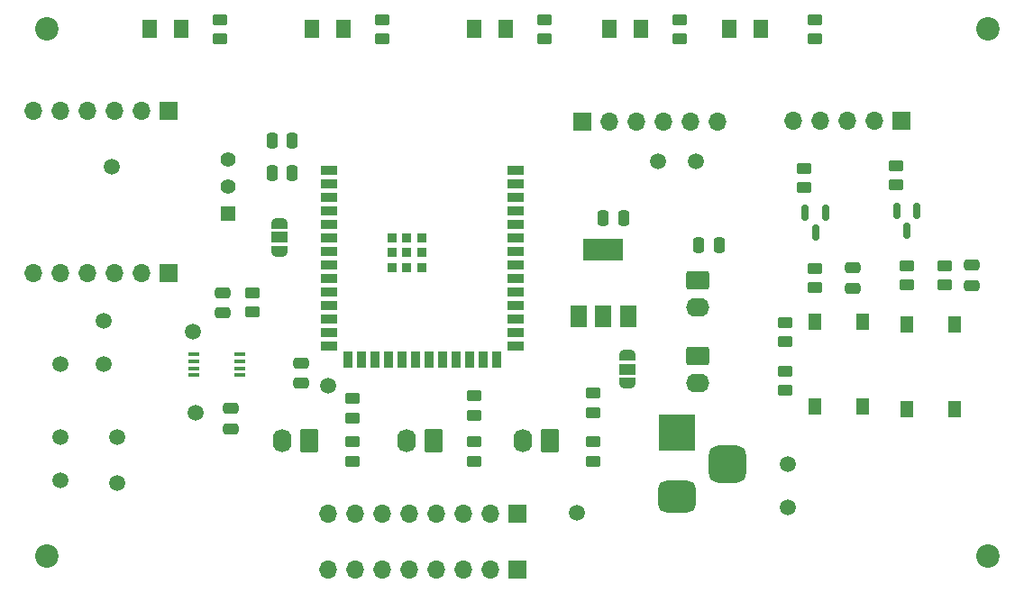
<source format=gts>
G04 #@! TF.GenerationSoftware,KiCad,Pcbnew,7.0.10*
G04 #@! TF.CreationDate,2024-03-26T02:27:44-05:00*
G04 #@! TF.ProjectId,JargonJolt,4a617267-6f6e-44a6-9f6c-742e6b696361,rev?*
G04 #@! TF.SameCoordinates,Original*
G04 #@! TF.FileFunction,Soldermask,Top*
G04 #@! TF.FilePolarity,Negative*
%FSLAX46Y46*%
G04 Gerber Fmt 4.6, Leading zero omitted, Abs format (unit mm)*
G04 Created by KiCad (PCBNEW 7.0.10) date 2024-03-26 02:27:44*
%MOMM*%
%LPD*%
G01*
G04 APERTURE LIST*
G04 Aperture macros list*
%AMRoundRect*
0 Rectangle with rounded corners*
0 $1 Rounding radius*
0 $2 $3 $4 $5 $6 $7 $8 $9 X,Y pos of 4 corners*
0 Add a 4 corners polygon primitive as box body*
4,1,4,$2,$3,$4,$5,$6,$7,$8,$9,$2,$3,0*
0 Add four circle primitives for the rounded corners*
1,1,$1+$1,$2,$3*
1,1,$1+$1,$4,$5*
1,1,$1+$1,$6,$7*
1,1,$1+$1,$8,$9*
0 Add four rect primitives between the rounded corners*
20,1,$1+$1,$2,$3,$4,$5,0*
20,1,$1+$1,$4,$5,$6,$7,0*
20,1,$1+$1,$6,$7,$8,$9,0*
20,1,$1+$1,$8,$9,$2,$3,0*%
%AMFreePoly0*
4,1,19,0.550000,-0.750000,0.000000,-0.750000,0.000000,-0.744911,-0.071157,-0.744911,-0.207708,-0.704816,-0.327430,-0.627875,-0.420627,-0.520320,-0.479746,-0.390866,-0.500000,-0.250000,-0.500000,0.250000,-0.479746,0.390866,-0.420627,0.520320,-0.327430,0.627875,-0.207708,0.704816,-0.071157,0.744911,0.000000,0.744911,0.000000,0.750000,0.550000,0.750000,0.550000,-0.750000,0.550000,-0.750000,
$1*%
%AMFreePoly1*
4,1,19,0.000000,0.744911,0.071157,0.744911,0.207708,0.704816,0.327430,0.627875,0.420627,0.520320,0.479746,0.390866,0.500000,0.250000,0.500000,-0.250000,0.479746,-0.390866,0.420627,-0.520320,0.327430,-0.627875,0.207708,-0.704816,0.071157,-0.744911,0.000000,-0.744911,0.000000,-0.750000,-0.550000,-0.750000,-0.550000,0.750000,0.000000,0.750000,0.000000,0.744911,0.000000,0.744911,
$1*%
G04 Aperture macros list end*
%ADD10C,1.500000*%
%ADD11RoundRect,0.250000X-0.450000X0.262500X-0.450000X-0.262500X0.450000X-0.262500X0.450000X0.262500X0*%
%ADD12C,2.200000*%
%ADD13RoundRect,0.250000X0.475000X-0.250000X0.475000X0.250000X-0.475000X0.250000X-0.475000X-0.250000X0*%
%ADD14FreePoly0,270.000000*%
%ADD15R,1.500000X1.000000*%
%ADD16FreePoly1,270.000000*%
%ADD17R,1.700000X1.700000*%
%ADD18O,1.700000X1.700000*%
%ADD19R,3.500000X3.500000*%
%ADD20RoundRect,0.750000X1.000000X-0.750000X1.000000X0.750000X-1.000000X0.750000X-1.000000X-0.750000X0*%
%ADD21RoundRect,0.875000X0.875000X-0.875000X0.875000X0.875000X-0.875000X0.875000X-0.875000X-0.875000X0*%
%ADD22RoundRect,0.250001X-0.462499X-0.624999X0.462499X-0.624999X0.462499X0.624999X-0.462499X0.624999X0*%
%ADD23RoundRect,0.250000X0.250000X0.475000X-0.250000X0.475000X-0.250000X-0.475000X0.250000X-0.475000X0*%
%ADD24RoundRect,0.150000X-0.150000X0.587500X-0.150000X-0.587500X0.150000X-0.587500X0.150000X0.587500X0*%
%ADD25R,1.500000X0.900000*%
%ADD26R,0.900000X1.500000*%
%ADD27R,0.900000X0.900000*%
%ADD28RoundRect,0.250000X0.450000X-0.262500X0.450000X0.262500X-0.450000X0.262500X-0.450000X-0.262500X0*%
%ADD29R,1.300000X1.550000*%
%ADD30R,1.500000X2.000000*%
%ADD31R,3.800000X2.000000*%
%ADD32RoundRect,0.250000X0.620000X0.845000X-0.620000X0.845000X-0.620000X-0.845000X0.620000X-0.845000X0*%
%ADD33O,1.740000X2.190000*%
%ADD34RoundRect,0.250000X-0.475000X0.250000X-0.475000X-0.250000X0.475000X-0.250000X0.475000X0.250000X0*%
%ADD35RoundRect,0.250000X-0.845000X0.620000X-0.845000X-0.620000X0.845000X-0.620000X0.845000X0.620000X0*%
%ADD36O,2.190000X1.740000*%
%ADD37R,1.100000X0.400000*%
%ADD38RoundRect,0.250000X-0.250000X-0.475000X0.250000X-0.475000X0.250000X0.475000X-0.250000X0.475000X0*%
%ADD39RoundRect,0.102000X0.609000X-0.609000X0.609000X0.609000X-0.609000X0.609000X-0.609000X-0.609000X0*%
%ADD40C,1.422000*%
G04 APERTURE END LIST*
D10*
X121158000Y-88406000D03*
D11*
X155980000Y-99719500D03*
X155980000Y-101544500D03*
D12*
X115824000Y-110490000D03*
D10*
X129540000Y-89408000D03*
X117108000Y-92456000D03*
X165608000Y-106426000D03*
D13*
X132334000Y-87612000D03*
X132334000Y-85712000D03*
D10*
X122428000Y-103632000D03*
D14*
X170399500Y-91616000D03*
D15*
X170399500Y-92916000D03*
D16*
X170399500Y-94216000D03*
D10*
X117094000Y-103378000D03*
D17*
X127278000Y-83868000D03*
D18*
X124738000Y-83868000D03*
X122198000Y-83868000D03*
X119658000Y-83868000D03*
X117118000Y-83868000D03*
X114578000Y-83868000D03*
D12*
X115824000Y-60960000D03*
D14*
X137668000Y-79218000D03*
D15*
X137668000Y-80518000D03*
D16*
X137668000Y-81818000D03*
D11*
X147320000Y-60067558D03*
X147320000Y-61892558D03*
D10*
X173228000Y-73406000D03*
D11*
X132080000Y-60047500D03*
X132080000Y-61872500D03*
X195580000Y-73763500D03*
X195580000Y-75588500D03*
D19*
X175030000Y-98854000D03*
D20*
X175030000Y-104854000D03*
D21*
X179730000Y-101854000D03*
D22*
X125512500Y-60960000D03*
X128487500Y-60960000D03*
D13*
X191516000Y-85278000D03*
X191516000Y-83378000D03*
D10*
X142240000Y-94488000D03*
D23*
X138896000Y-71460000D03*
X136996000Y-71460000D03*
D12*
X204216000Y-60960000D03*
D10*
X185420000Y-105918000D03*
D24*
X197546000Y-78056500D03*
X195646000Y-78056500D03*
X196596000Y-79931500D03*
D25*
X142380000Y-74246000D03*
X142380000Y-75516000D03*
X142380000Y-76786000D03*
X142380000Y-78056000D03*
X142380000Y-79326000D03*
X142380000Y-80596000D03*
X142380000Y-81866000D03*
X142380000Y-83136000D03*
X142380000Y-84406000D03*
X142380000Y-85676000D03*
X142380000Y-86946000D03*
X142380000Y-88216000D03*
X142380000Y-89486000D03*
X142380000Y-90756000D03*
D26*
X144145000Y-92006000D03*
X145415000Y-92006000D03*
X146685000Y-92006000D03*
X147955000Y-92006000D03*
X149225000Y-92006000D03*
X150495000Y-92006000D03*
X151765000Y-92006000D03*
X153035000Y-92006000D03*
X154305000Y-92006000D03*
X155575000Y-92006000D03*
X156845000Y-92006000D03*
X158115000Y-92006000D03*
D25*
X159880000Y-90756000D03*
X159880000Y-89486000D03*
X159880000Y-88216000D03*
X159880000Y-86946000D03*
X159880000Y-85676000D03*
X159880000Y-84406000D03*
X159880000Y-83136000D03*
X159880000Y-81866000D03*
X159880000Y-80596000D03*
X159880000Y-79326000D03*
X159880000Y-78056000D03*
X159880000Y-76786000D03*
X159880000Y-75516000D03*
X159880000Y-74246000D03*
D27*
X148230000Y-80566000D03*
X148230000Y-81966000D03*
X148230000Y-83366000D03*
X148230000Y-83366000D03*
X149630000Y-80566000D03*
X149630000Y-80566000D03*
X149630000Y-81966000D03*
X149630000Y-83366000D03*
X151030000Y-80566000D03*
X151030000Y-81966000D03*
X151030000Y-83366000D03*
D17*
X166140000Y-69644000D03*
D18*
X168680000Y-69644000D03*
X171220000Y-69644000D03*
X173760000Y-69644000D03*
X176300000Y-69644000D03*
X178840000Y-69644000D03*
D11*
X186944000Y-74017500D03*
X186944000Y-75842500D03*
D28*
X187960000Y-61872500D03*
X187960000Y-60047500D03*
D11*
X200152000Y-83161500D03*
X200152000Y-84986500D03*
D29*
X201132000Y-88735000D03*
X201132000Y-96685000D03*
X196632000Y-88735000D03*
X196632000Y-96685000D03*
D11*
X175260000Y-60047500D03*
X175260000Y-61872500D03*
D30*
X165813500Y-87938000D03*
X168113500Y-87938000D03*
D31*
X168113500Y-81638000D03*
D30*
X170413500Y-87938000D03*
D28*
X196596000Y-84986500D03*
X196596000Y-83161500D03*
D29*
X192496000Y-88481000D03*
X192496000Y-96431000D03*
X187996000Y-88481000D03*
X187996000Y-96431000D03*
D32*
X152170000Y-99596000D03*
D33*
X149630000Y-99596000D03*
D34*
X133096000Y-96586000D03*
X133096000Y-98486000D03*
D22*
X155992500Y-60960000D03*
X158967500Y-60960000D03*
D10*
X176784000Y-73406000D03*
D34*
X139724000Y-92316000D03*
X139724000Y-94216000D03*
D17*
X127278000Y-68628000D03*
D18*
X124738000Y-68628000D03*
X122198000Y-68628000D03*
X119658000Y-68628000D03*
X117118000Y-68628000D03*
X114578000Y-68628000D03*
D13*
X202692000Y-85024000D03*
X202692000Y-83124000D03*
D11*
X167156000Y-95147500D03*
X167156000Y-96972500D03*
D17*
X160020000Y-111760000D03*
D18*
X157480000Y-111760000D03*
X154940000Y-111760000D03*
X152400000Y-111760000D03*
X149860000Y-111760000D03*
X147320000Y-111760000D03*
X144780000Y-111760000D03*
X142240000Y-111760000D03*
D28*
X187960000Y-85240500D03*
X187960000Y-83415500D03*
D24*
X188976000Y-78232000D03*
X187076000Y-78232000D03*
X188026000Y-80107000D03*
D17*
X196088000Y-69596000D03*
D18*
X193548000Y-69596000D03*
X191008000Y-69596000D03*
X188468000Y-69596000D03*
X185928000Y-69596000D03*
D11*
X167156000Y-99719500D03*
X167156000Y-101544500D03*
D28*
X185166000Y-90320500D03*
X185166000Y-88495500D03*
D11*
X144526000Y-99719500D03*
X144526000Y-101544500D03*
D32*
X163092000Y-99616000D03*
D33*
X160552000Y-99616000D03*
D10*
X121920000Y-73914000D03*
D12*
X204216000Y-110490000D03*
D32*
X140486000Y-99596000D03*
D33*
X137946000Y-99596000D03*
D10*
X185420000Y-101854000D03*
D22*
X179905000Y-60960000D03*
X182880000Y-60960000D03*
D11*
X185166000Y-93067500D03*
X185166000Y-94892500D03*
D10*
X121158000Y-92456000D03*
D35*
X177003500Y-84534000D03*
D36*
X177003500Y-87074000D03*
D37*
X129676000Y-91529000D03*
X129676000Y-92179000D03*
X129676000Y-92829000D03*
X129676000Y-93479000D03*
X133976000Y-93479000D03*
X133976000Y-92829000D03*
X133976000Y-92179000D03*
X133976000Y-91529000D03*
D10*
X117094000Y-99328000D03*
D35*
X176983500Y-91646000D03*
D36*
X176983500Y-94186000D03*
D22*
X143727500Y-60960000D03*
X140752500Y-60960000D03*
D38*
X168113500Y-78692000D03*
X170013500Y-78692000D03*
D10*
X122428000Y-99300000D03*
D17*
X160029000Y-106474000D03*
D18*
X157489000Y-106474000D03*
X154949000Y-106474000D03*
X152409000Y-106474000D03*
X149869000Y-106474000D03*
X147329000Y-106474000D03*
X144789000Y-106474000D03*
X142249000Y-106474000D03*
D23*
X138896000Y-74470000D03*
X136996000Y-74470000D03*
D11*
X135128000Y-85701500D03*
X135128000Y-87526500D03*
X162560000Y-60047500D03*
X162560000Y-61872500D03*
D39*
X132866000Y-78280000D03*
D40*
X132866000Y-75740000D03*
X132866000Y-73200000D03*
D38*
X177069500Y-81232000D03*
X178969500Y-81232000D03*
D22*
X168692500Y-60960000D03*
X171667500Y-60960000D03*
D11*
X155980000Y-95401500D03*
X155980000Y-97226500D03*
D10*
X129794000Y-97028000D03*
D11*
X144526000Y-95655500D03*
X144526000Y-97480500D03*
M02*

</source>
